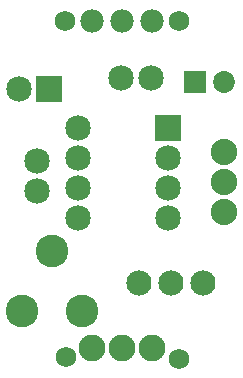
<source format=gbs>
G04 MADE WITH FRITZING*
G04 WWW.FRITZING.ORG*
G04 DOUBLE SIDED*
G04 HOLES PLATED*
G04 CONTOUR ON CENTER OF CONTOUR VECTOR*
%ASAXBY*%
%FSLAX23Y23*%
%MOIN*%
%OFA0B0*%
%SFA1.0B1.0*%
%ADD10C,0.084000*%
%ADD11C,0.088000*%
%ADD12C,0.085000*%
%ADD13C,0.109000*%
%ADD14C,0.072992*%
%ADD15C,0.077559*%
%ADD16C,0.089370*%
%ADD17C,0.069055*%
%ADD18R,0.085000X0.085000*%
%ADD19R,0.072992X0.072992*%
%ADD20C,0.039000*%
%LNMASK0*%
G90*
G70*
G54D10*
X670Y344D03*
X563Y344D03*
X456Y344D03*
G54D11*
X740Y580D03*
X740Y781D03*
X740Y680D03*
G54D12*
X552Y860D03*
X252Y860D03*
X552Y760D03*
X252Y760D03*
X552Y660D03*
X252Y660D03*
X552Y560D03*
X252Y560D03*
X552Y860D03*
X252Y860D03*
X552Y760D03*
X252Y760D03*
X552Y660D03*
X252Y660D03*
X552Y560D03*
X252Y560D03*
G54D13*
X267Y250D03*
X67Y250D03*
X167Y450D03*
G54D12*
X118Y651D03*
X118Y751D03*
X118Y651D03*
X118Y751D03*
X496Y1026D03*
X396Y1026D03*
X496Y1026D03*
X396Y1026D03*
X158Y990D03*
X58Y990D03*
X158Y990D03*
X58Y990D03*
G54D14*
X642Y1013D03*
X740Y1013D03*
G54D15*
X500Y1218D03*
X400Y1218D03*
X300Y1218D03*
G54D16*
X500Y128D03*
X400Y128D03*
X300Y128D03*
G54D17*
X209Y1218D03*
X591Y1218D03*
X591Y92D03*
X213Y96D03*
G54D18*
X552Y860D03*
X552Y860D03*
X158Y990D03*
X158Y990D03*
G54D19*
X642Y1013D03*
G54D20*
G36*
X32Y285D02*
X102Y285D01*
X102Y215D01*
X32Y215D01*
X32Y285D01*
G37*
D02*
G04 End of Mask0*
M02*
</source>
